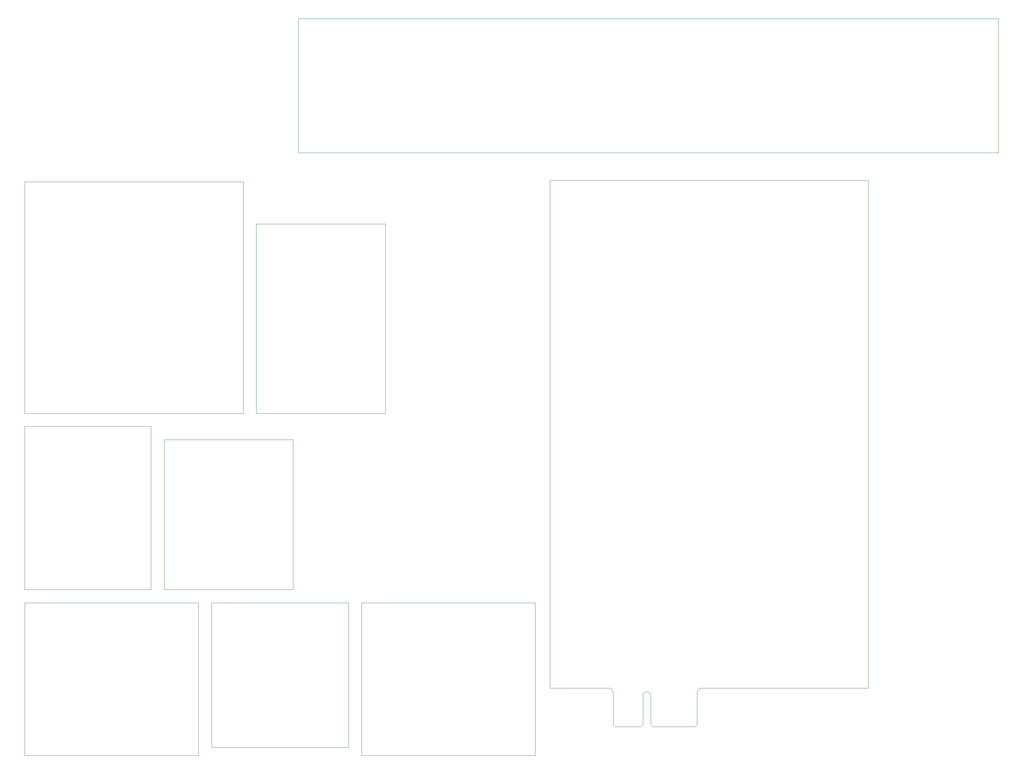
<source format=gbr>
%TF.GenerationSoftware,KiCad,Pcbnew,(6.0.1)*%
%TF.CreationDate,2022-03-03T20:56:02+02:00*%
%TF.ProjectId,SNES Device,534e4553-2044-4657-9669-63652e6b6963,0.5*%
%TF.SameCoordinates,Original*%
%TF.FileFunction,Profile,NP*%
%FSLAX46Y46*%
G04 Gerber Fmt 4.6, Leading zero omitted, Abs format (unit mm)*
G04 Created by KiCad (PCBNEW (6.0.1)) date 2022-03-03 20:56:02*
%MOMM*%
%LPD*%
G01*
G04 APERTURE LIST*
%TA.AperFunction,Profile*%
%ADD10C,0.100000*%
%TD*%
G04 APERTURE END LIST*
D10*
X80645000Y-49530000D02*
X249555000Y-49530000D01*
X249555000Y-49530000D02*
X249555000Y-17145000D01*
X249555000Y-17145000D02*
X80645000Y-17145000D01*
X80645000Y-17145000D02*
X80645000Y-49530000D01*
X137795000Y-194945000D02*
X95885000Y-194945000D01*
X155916435Y-178728565D02*
X156561435Y-179608565D01*
X95885000Y-194945000D02*
X95885000Y-158115000D01*
X14605000Y-56515000D02*
X67310000Y-56515000D01*
X218146435Y-178728565D02*
X218146435Y-56173565D01*
X59690000Y-158115000D02*
X92710000Y-158115000D01*
X67310000Y-56515000D02*
X67310000Y-112395000D01*
X59690000Y-193040000D02*
X59690000Y-158115000D01*
X56515000Y-194945000D02*
X14605000Y-194945000D01*
X70485000Y-112395000D02*
X101600000Y-112395000D01*
X141311435Y-56173565D02*
X141311435Y-178728565D01*
X45085000Y-115570000D02*
X45085000Y-154940000D01*
X137795000Y-158115000D02*
X137795000Y-194945000D01*
X92710000Y-158115000D02*
X92710000Y-193040000D01*
X92710000Y-193040000D02*
X59690000Y-193040000D01*
X14605000Y-154940000D02*
X14605000Y-115570000D01*
X14605000Y-112395000D02*
X14605000Y-56515000D01*
X79375000Y-154940000D02*
X48260000Y-154940000D01*
X79375000Y-118745000D02*
X79375000Y-154940000D01*
X14605000Y-158115000D02*
X56515000Y-158115000D01*
X56515000Y-158115000D02*
X56515000Y-194945000D01*
X70485000Y-66675000D02*
X70485000Y-112395000D01*
X177506435Y-178728565D02*
X176861435Y-179608565D01*
X141311435Y-178728565D02*
X155916435Y-178728565D01*
X218146435Y-56173565D02*
X141311435Y-56173565D01*
X95885000Y-158115000D02*
X137795000Y-158115000D01*
X14605000Y-115570000D02*
X45085000Y-115570000D01*
X48260000Y-154940000D02*
X48260000Y-118745000D01*
X48260000Y-118745000D02*
X79375000Y-118745000D01*
X67310000Y-112395000D02*
X14605000Y-112395000D01*
X14605000Y-194945000D02*
X14605000Y-158115000D01*
X45085000Y-154940000D02*
X14605000Y-154940000D01*
X101600000Y-112395000D02*
X101600000Y-66675000D01*
X177506435Y-178728565D02*
X218146435Y-178728565D01*
X101600000Y-66675000D02*
X70485000Y-66675000D01*
%TO.C,J2*%
X165661435Y-180558565D02*
X165661435Y-187508565D01*
X163761435Y-180558565D02*
X163761435Y-187508565D01*
X156561435Y-187508565D02*
X157061435Y-188008565D01*
X156561435Y-179608565D02*
X156561435Y-187508565D01*
X176861435Y-187508565D02*
X176361435Y-188008565D01*
X163261435Y-188008565D02*
X157061435Y-188008565D01*
X163761435Y-187508565D02*
X163261435Y-188008565D01*
X176361435Y-188008565D02*
X166161435Y-188008565D01*
X165661435Y-187508565D02*
X166161435Y-188008565D01*
X176861435Y-179608565D02*
X176861435Y-187508565D01*
X165661435Y-180558565D02*
G75*
G03*
X163761435Y-180558565I-950000J0D01*
G01*
%TD*%
M02*

</source>
